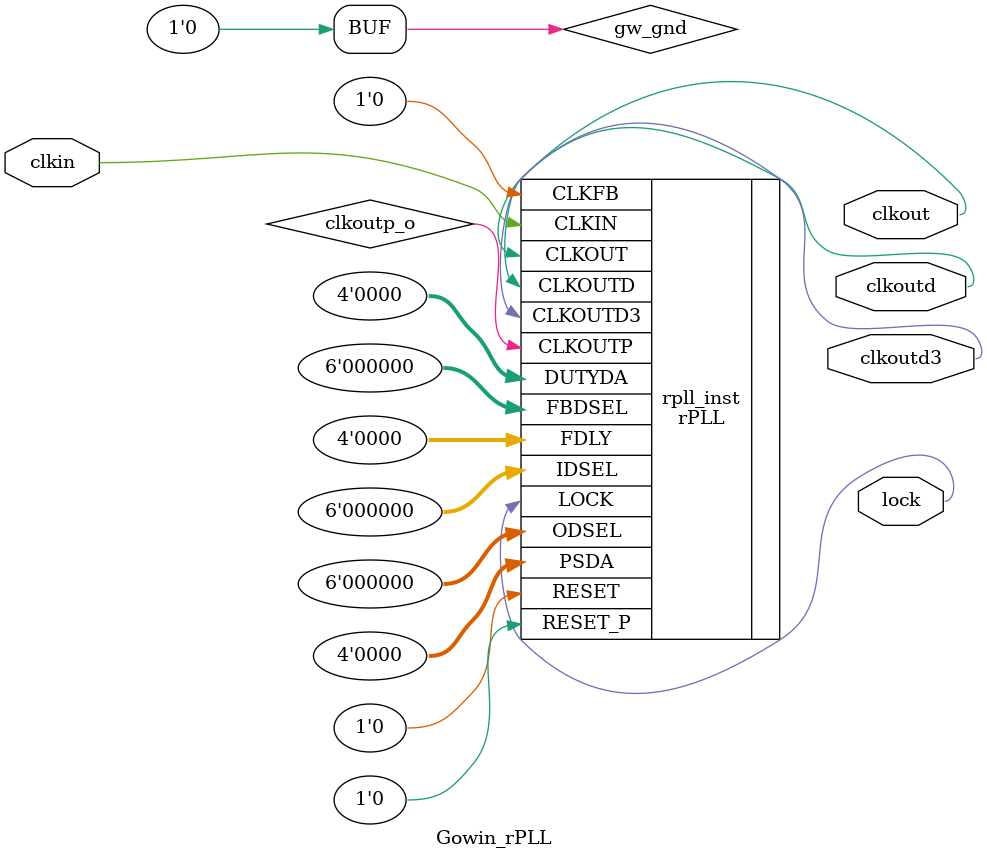
<source format=v>

module Gowin_rPLL (clkout, lock, clkoutd, clkoutd3, clkin);

output clkout;
output lock;
output clkoutd;
output clkoutd3;
input clkin;

wire clkoutp_o;
wire gw_gnd;

assign gw_gnd = 1'b0;

rPLL rpll_inst (
    .CLKOUT(clkout),
    .LOCK(lock),
    .CLKOUTP(clkoutp_o),
    .CLKOUTD(clkoutd),
    .CLKOUTD3(clkoutd3),
    .RESET(gw_gnd),
    .RESET_P(gw_gnd),
    .CLKIN(clkin),
    .CLKFB(gw_gnd),
    .FBDSEL({gw_gnd,gw_gnd,gw_gnd,gw_gnd,gw_gnd,gw_gnd}),
    .IDSEL({gw_gnd,gw_gnd,gw_gnd,gw_gnd,gw_gnd,gw_gnd}),
    .ODSEL({gw_gnd,gw_gnd,gw_gnd,gw_gnd,gw_gnd,gw_gnd}),
    .PSDA({gw_gnd,gw_gnd,gw_gnd,gw_gnd}),
    .DUTYDA({gw_gnd,gw_gnd,gw_gnd,gw_gnd}),
    .FDLY({gw_gnd,gw_gnd,gw_gnd,gw_gnd})
);

defparam rpll_inst.FCLKIN = "27";
defparam rpll_inst.DYN_IDIV_SEL = "false";
defparam rpll_inst.IDIV_SEL = 2;
defparam rpll_inst.DYN_FBDIV_SEL = "false";
defparam rpll_inst.FBDIV_SEL = 13;
defparam rpll_inst.DYN_ODIV_SEL = "false";
defparam rpll_inst.ODIV_SEL = 4;
defparam rpll_inst.PSDA_SEL = "0000";
defparam rpll_inst.DYN_DA_EN = "false";
defparam rpll_inst.DUTYDA_SEL = "1000";
defparam rpll_inst.CLKOUT_FT_DIR = 1'b1;
defparam rpll_inst.CLKOUTP_FT_DIR = 1'b1;
defparam rpll_inst.CLKOUT_DLY_STEP = 0;
defparam rpll_inst.CLKOUTP_DLY_STEP = 0;
defparam rpll_inst.CLKFB_SEL = "internal";
defparam rpll_inst.CLKOUT_BYPASS = "false";
defparam rpll_inst.CLKOUTP_BYPASS = "false";
defparam rpll_inst.CLKOUTD_BYPASS = "false";
defparam rpll_inst.DYN_SDIV_SEL = 2;
defparam rpll_inst.CLKOUTD_SRC = "CLKOUT";
defparam rpll_inst.CLKOUTD3_SRC = "CLKOUT";
defparam rpll_inst.DEVICE = "GW1NR-9C";

endmodule //Gowin_rPLL

</source>
